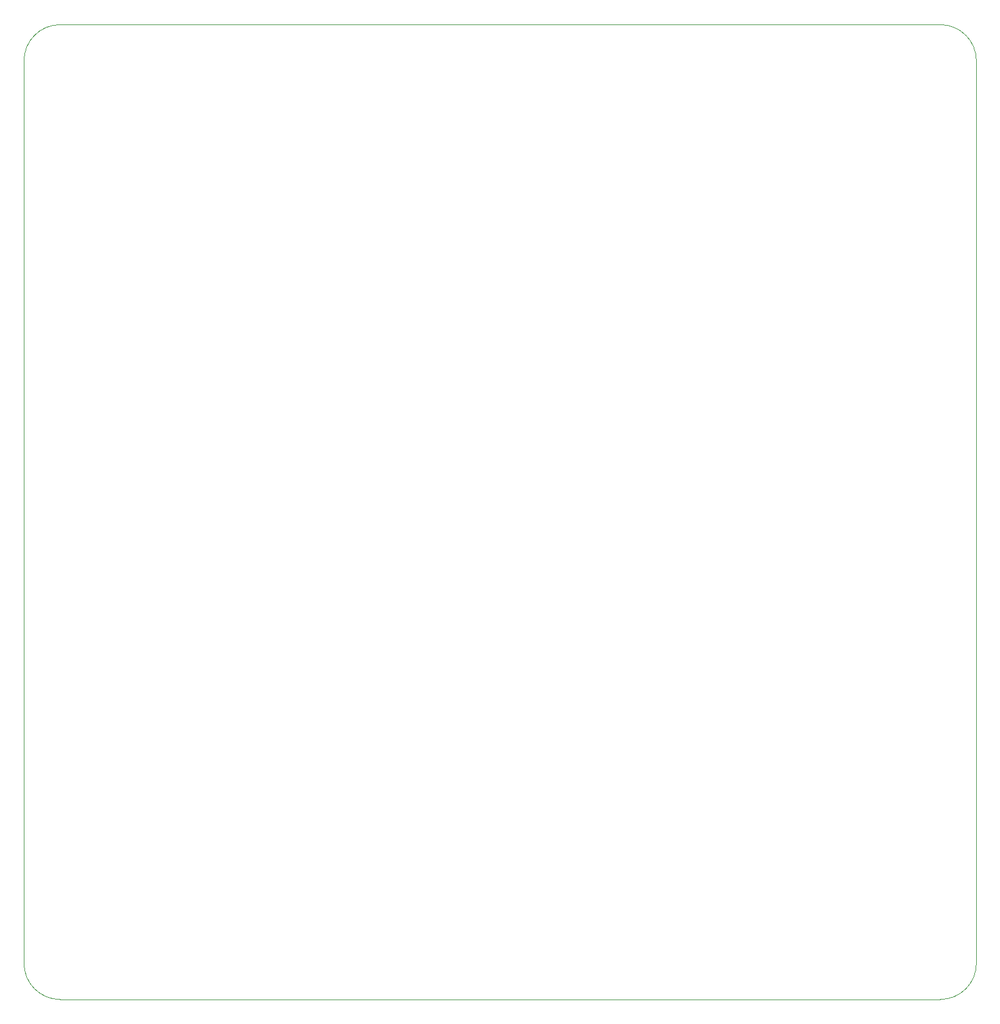
<source format=gm1>
G04 #@! TF.GenerationSoftware,KiCad,Pcbnew,(5.1.10-1-10_14)*
G04 #@! TF.CreationDate,2022-03-30T11:00:48+01:00*
G04 #@! TF.ProjectId,RJ21_DSLAM_ADAPTER,524a3231-5f44-4534-9c41-4d5f41444150,rev?*
G04 #@! TF.SameCoordinates,Original*
G04 #@! TF.FileFunction,Profile,NP*
%FSLAX46Y46*%
G04 Gerber Fmt 4.6, Leading zero omitted, Abs format (unit mm)*
G04 Created by KiCad (PCBNEW (5.1.10-1-10_14)) date 2022-03-30 11:00:48*
%MOMM*%
%LPD*%
G01*
G04 APERTURE LIST*
G04 #@! TA.AperFunction,Profile*
%ADD10C,0.050000*%
G04 #@! TD*
G04 APERTURE END LIST*
D10*
X162200000Y-38000000D02*
G75*
G02*
X167200000Y-43000000I0J-5000000D01*
G01*
X167200000Y-168000000D02*
G75*
G02*
X162200000Y-173000000I-5000000J0D01*
G01*
X40200000Y-173000000D02*
G75*
G02*
X35200000Y-168000000I0J5000000D01*
G01*
X35200000Y-43000000D02*
G75*
G02*
X40200000Y-38000000I5000000J0D01*
G01*
X35200000Y-43000000D02*
X35200000Y-168000000D01*
X40200000Y-173000000D02*
X162200000Y-173000000D01*
X167200000Y-43000000D02*
X167200000Y-168000000D01*
X40200000Y-38000000D02*
X162200000Y-38000000D01*
M02*

</source>
